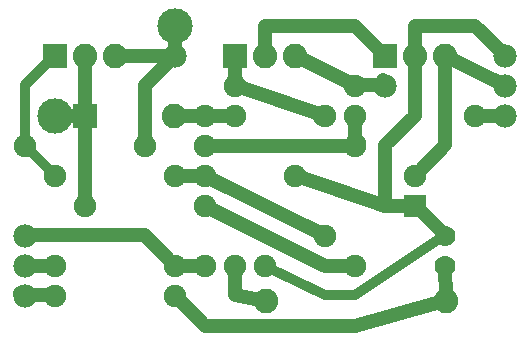
<source format=gbl>
G04 MADE WITH FRITZING*
G04 WWW.FRITZING.ORG*
G04 SINGLE SIDED*
G04 HOLES NOT PLATED*
G04 CONTOUR ON CENTER OF CONTOUR VECTOR*
%ASAXBY*%
%FSLAX23Y23*%
%MOIN*%
%OFA0B0*%
%SFA1.0B1.0*%
%ADD10C,0.070000*%
%ADD11C,0.075000*%
%ADD12C,0.082000*%
%ADD13C,0.118110*%
%ADD14C,0.078000*%
%ADD15R,0.082000X0.082000*%
%ADD16R,0.075000X0.075000*%
%ADD17C,0.048000*%
%ADD18C,0.032000*%
%LNCOPPER0*%
G90*
G70*
G54D10*
X1508Y387D03*
X1508Y287D03*
G54D11*
X808Y787D03*
X1008Y587D03*
G54D12*
X308Y787D03*
X606Y787D03*
X1308Y987D03*
X1408Y987D03*
X1508Y987D03*
G54D11*
X1408Y487D03*
X1408Y587D03*
G54D13*
X208Y787D03*
X208Y787D03*
G54D14*
X1708Y987D03*
X1708Y987D03*
X1708Y787D03*
X1708Y787D03*
X108Y387D03*
X108Y387D03*
X108Y287D03*
X108Y287D03*
X1708Y887D03*
X1708Y887D03*
X608Y987D03*
X608Y987D03*
G54D13*
X608Y1087D03*
X608Y1087D03*
G54D14*
X1308Y887D03*
X1308Y887D03*
X108Y187D03*
G54D11*
X1208Y787D03*
X1608Y787D03*
X608Y187D03*
X208Y187D03*
G54D12*
X911Y170D03*
X1511Y170D03*
G54D11*
X1208Y887D03*
X808Y887D03*
X508Y687D03*
X108Y687D03*
X1208Y287D03*
X1208Y687D03*
X208Y287D03*
X608Y287D03*
X308Y487D03*
X708Y487D03*
X1108Y787D03*
X1108Y387D03*
X208Y587D03*
X608Y587D03*
G54D12*
X808Y987D03*
X908Y987D03*
X1008Y987D03*
X208Y987D03*
X308Y987D03*
X408Y987D03*
G54D11*
X708Y287D03*
X808Y287D03*
X908Y287D03*
X708Y587D03*
X708Y687D03*
X708Y787D03*
G54D15*
X307Y787D03*
X1308Y987D03*
G54D16*
X1408Y487D03*
G54D15*
X808Y987D03*
X208Y987D03*
G54D17*
X1107Y787D02*
X824Y882D01*
D02*
X1092Y779D02*
X1107Y787D01*
D02*
X1307Y487D02*
X1390Y487D01*
D02*
X1307Y688D02*
X1307Y487D01*
D02*
X1408Y966D02*
X1408Y787D01*
D02*
X1408Y787D02*
X1307Y688D01*
D02*
X1408Y1087D02*
X1408Y1008D01*
D02*
X1694Y1001D02*
X1607Y1087D01*
D02*
X1607Y1087D02*
X1408Y1087D01*
D02*
X1208Y1087D02*
X1293Y1002D01*
D02*
X908Y1008D02*
X908Y1087D01*
D02*
X908Y1087D02*
X1208Y1087D01*
D02*
X1307Y888D02*
X1225Y888D01*
D02*
X1300Y905D02*
X1307Y888D01*
D02*
X1026Y978D02*
X1192Y895D01*
D02*
X808Y905D02*
X808Y966D01*
D02*
X508Y688D02*
X508Y888D01*
D02*
X508Y888D02*
X594Y974D01*
D02*
X509Y705D02*
X508Y688D01*
D02*
X607Y987D02*
X589Y987D01*
D02*
X429Y987D02*
X607Y987D01*
D02*
X607Y987D02*
X608Y1068D01*
D02*
X589Y987D02*
X607Y987D01*
G54D18*
D02*
X107Y787D02*
X108Y705D01*
D02*
X107Y888D02*
X107Y787D01*
D02*
X193Y973D02*
X107Y888D01*
D02*
X107Y688D02*
X92Y695D01*
D02*
X195Y600D02*
X107Y688D01*
G54D17*
D02*
X208Y787D02*
X287Y787D01*
D02*
X221Y774D02*
X208Y787D01*
D02*
X690Y787D02*
X627Y787D01*
D02*
X307Y787D02*
X293Y772D01*
D02*
X308Y505D02*
X307Y787D01*
D02*
X308Y808D02*
X308Y966D01*
D02*
X690Y587D02*
X625Y587D01*
D02*
X723Y580D02*
X1092Y395D01*
D02*
X725Y687D02*
X1190Y687D01*
D02*
X725Y787D02*
X790Y787D01*
D02*
X1508Y987D02*
X1691Y896D01*
D02*
X1508Y688D02*
X1508Y987D01*
D02*
X1420Y600D02*
X1508Y688D01*
D02*
X1508Y987D02*
X1529Y987D01*
D02*
X1691Y896D02*
X1508Y987D01*
D02*
X1625Y787D02*
X1689Y787D01*
D02*
X1107Y287D02*
X723Y480D01*
D02*
X1190Y287D02*
X1107Y287D01*
D02*
X708Y87D02*
X620Y175D01*
D02*
X1208Y87D02*
X708Y87D01*
D02*
X1491Y165D02*
X1208Y87D01*
D02*
X890Y174D02*
X807Y188D01*
D02*
X807Y188D02*
X808Y270D01*
D02*
X508Y388D02*
X595Y300D01*
D02*
X127Y388D02*
X508Y388D01*
D02*
X690Y287D02*
X625Y287D01*
D02*
X1511Y191D02*
X1508Y272D01*
D02*
X1420Y475D02*
X1497Y398D01*
D02*
X190Y287D02*
X127Y287D01*
G54D18*
D02*
X1508Y388D02*
X1208Y188D01*
D02*
X1107Y188D02*
X923Y280D01*
D02*
X1508Y402D02*
X1508Y388D01*
D02*
X1208Y188D02*
X1107Y188D01*
G54D17*
D02*
X107Y188D02*
X190Y188D01*
D02*
X91Y196D02*
X107Y188D01*
D02*
X1307Y487D02*
X1024Y582D01*
D02*
X1208Y688D02*
X1221Y699D01*
D02*
X1208Y770D02*
X1208Y688D01*
G04 End of Copper0*
M02*
</source>
